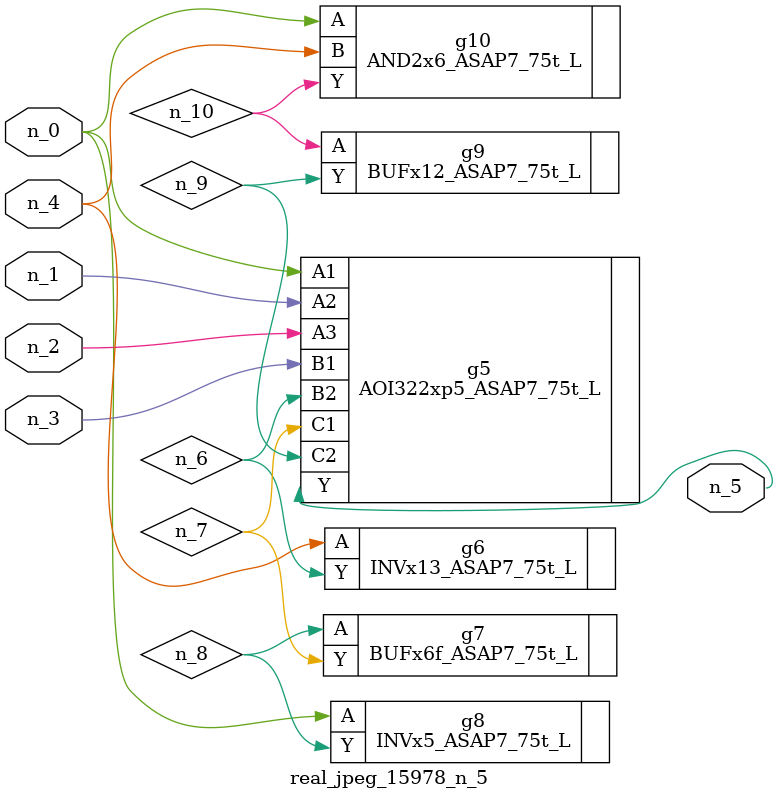
<source format=v>
module real_jpeg_15978_n_5 (n_4, n_0, n_1, n_2, n_3, n_5);

input n_4;
input n_0;
input n_1;
input n_2;
input n_3;

output n_5;

wire n_8;
wire n_6;
wire n_7;
wire n_10;
wire n_9;

AOI322xp5_ASAP7_75t_L g5 ( 
.A1(n_0),
.A2(n_1),
.A3(n_2),
.B1(n_3),
.B2(n_6),
.C1(n_7),
.C2(n_9),
.Y(n_5)
);

INVx5_ASAP7_75t_L g8 ( 
.A(n_0),
.Y(n_8)
);

AND2x6_ASAP7_75t_L g10 ( 
.A(n_0),
.B(n_4),
.Y(n_10)
);

INVx13_ASAP7_75t_L g6 ( 
.A(n_4),
.Y(n_6)
);

BUFx6f_ASAP7_75t_L g7 ( 
.A(n_8),
.Y(n_7)
);

BUFx12_ASAP7_75t_L g9 ( 
.A(n_10),
.Y(n_9)
);


endmodule
</source>
